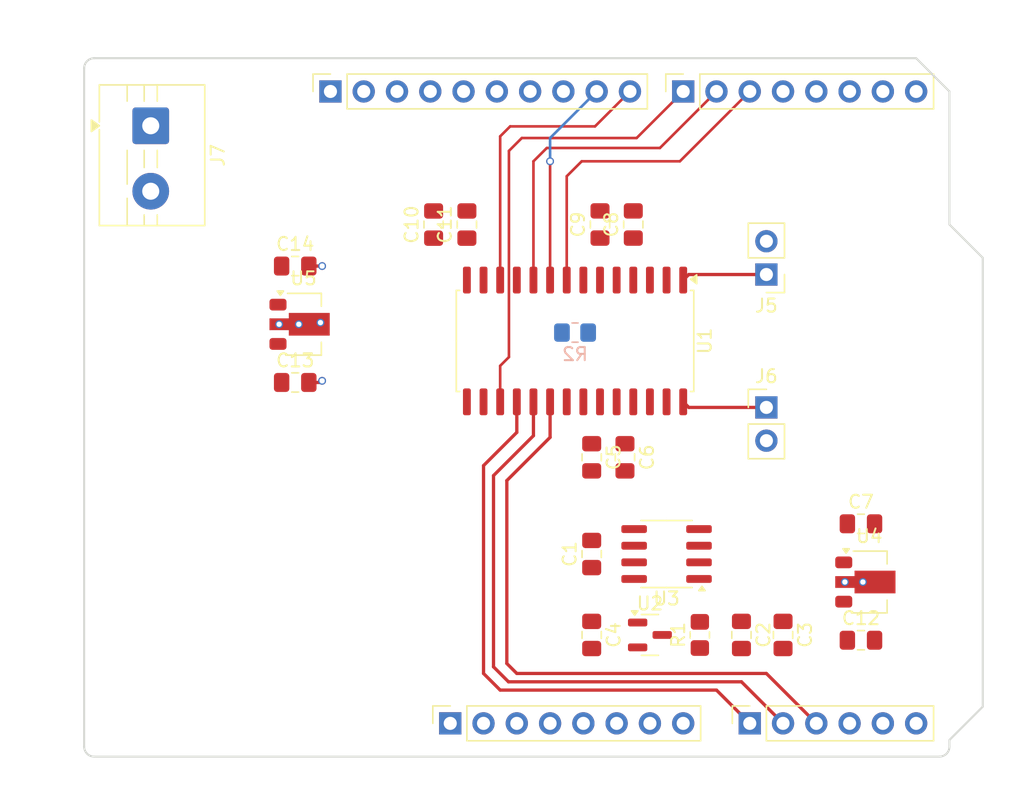
<source format=kicad_pcb>
(kicad_pcb (version 20241229) (generator "pcbnew") (generator_version "9.0")
  (title_block (date "mar. 31 mars 2015"))
  (layers (0 "F.Cu" signal) (4 "In1.Cu" signal) (6 "In2.Cu" signal) (2 "B.Cu" signal) (13 "F.Paste" user) (15 "B.Paste" user) (5 "F.SilkS" user "F.Silkscreen") (7 "B.SilkS" user "B.Silkscreen") (1 "F.Mask" user) (3 "B.Mask" user) (25 "Edge.Cuts" user))
  (net 0 "")
  (net 1 "GND")
  (net 3 "+5V")
  (net 4 "/IOREF")
  (net 5 "+5VA")
  (net 6 "Earth")
  (net 7 "Net-(U3A-+)")
  (net 8 "/VREF")
  (net 9 "/PB3{slash}MOSI")
  (net 10 "/PC5{slash}SCL{slash}ADC5")
  (net 11 "/PB4{slash}MISO")
  (net 12 "/PB5{slash}SCLK")
  (net 13 "/AREF")
  (net 14 "/PB2{slash}SS")
  (net 15 "/PC4{slash}SDA{slash}ADC4")
  (net 16 "/PB0")
  (net 17 "/PB1{slash}OC1A")
  (net 18 "/PC1{slash}ADC1")
  (net 19 "/PC2{slash}ADC2")
  (net 20 "/PC0{slash}ADC0")
  (net 21 "/PC3{slash}ADC3")
  (net 22 "/PD2")
  (net 23 "/PD1{slash}TXD")
  (net 24 "/PD7")
  (net 25 "/PD3")
  (net 26 "+3V3")
  (net 27 "VCC")
  (net 28 "/~{RESET}")
  (net 29 "/PD0{slash}TXD")
  (net 30 "/PD6{slash}OC0A")
  (net 31 "/PD4")
  (net 32 "/PD5")
  (net 33 "Net-(J5-Pin_1)")
  (net 34 "Net-(J6-Pin_1)")
  (net 35 "Net-(U2-OUT)")
  (net 36 "/MOSI{slash}11")
  (net 43 "/MISO{slash}12")
  (net 46 "VBUS")
  (net 47 "/Vin")
  (footprint "Connector_PinSocket_2.54mm:PinSocket_1x08_P2.54mm_Vertical" (layer "F.Cu") (at 127.94 97.46 90)
    (property "Reference" "J1" (hide yes))
    (property "Value" "Power")
    (fp_line (start 1.33 -1.33) (end 1.33 0) (stroke (width 0.12)) (layer "F.SilkS"))
    (fp_line (start 0 -1.33) (end 1.33 -1.33) (stroke (width 0.12)) (layer "F.SilkS"))
    (fp_line (start 1.33 1.27) (end 1.33 19.11) (stroke (width 0.12)) (layer "F.SilkS"))
    (fp_line (start -1.33 1.27) (end 1.33 1.27) (stroke (width 0.12)) (layer "F.SilkS"))
    (fp_line (start -1.33 1.27) (end -1.33 19.11) (stroke (width 0.12)) (layer "F.SilkS"))
    (fp_line (start -1.33 19.11) (end 1.33 19.11) (stroke (width 0.12)) (layer "F.SilkS"))
    (pad "1" thru_hole rect (at 0 0 90) (size 1.7 1.7) (drill 1) (layers "*.Cu" "*.Mask"))
    (pad "2" thru_hole oval (at 0 2.54 90) (size 1.7 1.7) (drill 1) (layers "*.Cu" "*.Mask") (net 4 "/IOREF"))
    (pad "3" thru_hole oval (at 0 5.08 90) (size 1.7 1.7) (drill 1) (layers "*.Cu" "*.Mask") (net 28 "/~{RESET}"))
    (pad "4" thru_hole oval (at 0 7.62 90) (size 1.7 1.7) (drill 1) (layers "*.Cu" "*.Mask") (net 26 "+3V3"))
    (pad "5" thru_hole oval (at 0 10.16 90) (size 1.7 1.7) (drill 1) (layers "*.Cu" "*.Mask") (net 3 "+5V"))
    (pad "6" thru_hole oval (at 0 12.7 90) (size 1.7 1.7) (drill 1) (layers "*.Cu" "*.Mask") (net 1 "GND"))
    (pad "7" thru_hole oval (at 0 15.24 90) (size 1.7 1.7) (drill 1) (layers "*.Cu" "*.Mask") (net 1 "GND"))
    (pad "8" thru_hole oval (at 0 17.78 90) (size 1.7 1.7) (drill 1) (layers "*.Cu" "*.Mask") (net 47 "/Vin"))
  )
  (footprint "Connector_PinSocket_2.54mm:PinSocket_1x06_P2.54mm_Vertical" (layer "F.Cu") (at 150.8 97.46 90)
    (property "Reference" "J3" (hide yes))
    (property "Value" "Analog")
    (fp_line (start 1.33 -1.33) (end 1.33 0) (stroke (width 0.12)) (layer "F.SilkS"))
    (fp_line (start 0 -1.33) (end 1.33 -1.33) (stroke (width 0.12)) (layer "F.SilkS"))
    (fp_line (start 1.33 1.27) (end 1.33 14.03) (stroke (width 0.12)) (layer "F.SilkS"))
    (fp_line (start -1.33 1.27) (end 1.33 1.27) (stroke (width 0.12)) (layer "F.SilkS"))
    (fp_line (start -1.33 1.27) (end -1.33 14.03) (stroke (width 0.12)) (layer "F.SilkS"))
    (fp_line (start -1.33 14.03) (end 1.33 14.03) (stroke (width 0.12)) (layer "F.SilkS"))
    (pad "1" thru_hole rect (at 0 0 90) (size 1.7 1.7) (drill 1) (layers "*.Cu" "*.Mask") (net 20 "/PC0{slash}ADC0"))
    (pad "2" thru_hole oval (at 0 2.54 90) (size 1.7 1.7) (drill 1) (layers "*.Cu" "*.Mask") (net 18 "/PC1{slash}ADC1"))
    (pad "3" thru_hole oval (at 0 5.08 90) (size 1.7 1.7) (drill 1) (layers "*.Cu" "*.Mask") (net 19 "/PC2{slash}ADC2"))
    (pad "4" thru_hole oval (at 0 7.62 90) (size 1.7 1.7) (drill 1) (layers "*.Cu" "*.Mask") (net 21 "/PC3{slash}ADC3"))
    (pad "5" thru_hole oval (at 0 10.16 90) (size 1.7 1.7) (drill 1) (layers "*.Cu" "*.Mask") (net 15 "/PC4{slash}SDA{slash}ADC4"))
    (pad "6" thru_hole oval (at 0 12.7 90) (size 1.7 1.7) (drill 1) (layers "*.Cu" "*.Mask") (net 10 "/PC5{slash}SCL{slash}ADC5"))
  )
  (footprint "Connector_PinSocket_2.54mm:PinSocket_1x10_P2.54mm_Vertical" (layer "F.Cu") (at 118.796 49.2 90)
    (property "Reference" "J2" (hide yes))
    (property "Value" "Digital/PWM")
    (fp_line (start 1.33 -1.33) (end 1.33 0) (stroke (width 0.12)) (layer "F.SilkS"))
    (fp_line (start 0 -1.33) (end 1.33 -1.33) (stroke (width 0.12)) (layer "F.SilkS"))
    (fp_line (start 1.33 1.27) (end 1.33 24.19) (stroke (width 0.12)) (layer "F.SilkS"))
    (fp_line (start -1.33 1.27) (end 1.33 1.27) (stroke (width 0.12)) (layer "F.SilkS"))
    (fp_line (start -1.33 1.27) (end -1.33 24.19) (stroke (width 0.12)) (layer "F.SilkS"))
    (fp_line (start -1.33 24.19) (end 1.33 24.19) (stroke (width 0.12)) (layer "F.SilkS"))
    (pad "1" thru_hole rect (at 0 0 90) (size 1.7 1.7) (drill 1) (layers "*.Cu" "*.Mask") (net 10 "/PC5{slash}SCL{slash}ADC5"))
    (pad "2" thru_hole oval (at 0 2.54 90) (size 1.7 1.7) (drill 1) (layers "*.Cu" "*.Mask") (net 15 "/PC4{slash}SDA{slash}ADC4"))
    (pad "3" thru_hole oval (at 0 5.08 90) (size 1.7 1.7) (drill 1) (layers "*.Cu" "*.Mask") (net 13 "/AREF"))
    (pad "4" thru_hole oval (at 0 7.62 90) (size 1.7 1.7) (drill 1) (layers "*.Cu" "*.Mask") (net 1 "GND"))
    (pad "5" thru_hole oval (at 0 10.16 90) (size 1.7 1.7) (drill 1) (layers "*.Cu" "*.Mask") (net 12 "/PB5{slash}SCLK"))
    (pad "6" thru_hole oval (at 0 12.7 90) (size 1.7 1.7) (drill 1) (layers "*.Cu" "*.Mask") (net 11 "/PB4{slash}MISO"))
    (pad "7" thru_hole oval (at 0 15.24 90) (size 1.7 1.7) (drill 1) (layers "*.Cu" "*.Mask") (net 9 "/PB3{slash}MOSI"))
    (pad "8" thru_hole oval (at 0 17.78 90) (size 1.7 1.7) (drill 1) (layers "*.Cu" "*.Mask") (net 14 "/PB2{slash}SS"))
    (pad "9" thru_hole oval (at 0 20.32 90) (size 1.7 1.7) (drill 1) (layers "*.Cu" "*.Mask") (net 17 "/PB1{slash}OC1A"))
    (pad "10" thru_hole oval (at 0 22.86 90) (size 1.7 1.7) (drill 1) (layers "*.Cu" "*.Mask") (net 16 "/PB0"))
  )
  (footprint "Connector_PinSocket_2.54mm:PinSocket_1x08_P2.54mm_Vertical" (layer "F.Cu") (at 145.72 49.2 90)
    (property "Reference" "J4" (hide yes))
    (property "Value" "Digital/PWM")
    (fp_line (start 1.33 -1.33) (end 1.33 0) (stroke (width 0.12)) (layer "F.SilkS"))
    (fp_line (start 0 -1.33) (end 1.33 -1.33) (stroke (width 0.12)) (layer "F.SilkS"))
    (fp_line (start 1.33 1.27) (end 1.33 19.11) (stroke (width 0.12)) (layer "F.SilkS"))
    (fp_line (start -1.33 1.27) (end 1.33 1.27) (stroke (width 0.12)) (layer "F.SilkS"))
    (fp_line (start -1.33 1.27) (end -1.33 19.11) (stroke (width 0.12)) (layer "F.SilkS"))
    (fp_line (start -1.33 19.11) (end 1.33 19.11) (stroke (width 0.12)) (layer "F.SilkS"))
    (pad "1" thru_hole rect (at 0 0 90) (size 1.7 1.7) (drill 1) (layers "*.Cu" "*.Mask") (net 24 "/PD7"))
    (pad "2" thru_hole oval (at 0 2.54 90) (size 1.7 1.7) (drill 1) (layers "*.Cu" "*.Mask") (net 30 "/PD6{slash}OC0A"))
    (pad "3" thru_hole oval (at 0 5.08 90) (size 1.7 1.7) (drill 1) (layers "*.Cu" "*.Mask") (net 32 "/PD5"))
    (pad "4" thru_hole oval (at 0 7.62 90) (size 1.7 1.7) (drill 1) (layers "*.Cu" "*.Mask") (net 31 "/PD4"))
    (pad "5" thru_hole oval (at 0 10.16 90) (size 1.7 1.7) (drill 1) (layers "*.Cu" "*.Mask") (net 25 "/PD3"))
    (pad "6" thru_hole oval (at 0 12.7 90) (size 1.7 1.7) (drill 1) (layers "*.Cu" "*.Mask") (net 22 "/PD2"))
    (pad "7" thru_hole oval (at 0 15.24 90) (size 1.7 1.7) (drill 1) (layers "*.Cu" "*.Mask") (net 23 "/PD1{slash}TXD"))
    (pad "8" thru_hole oval (at 0 17.78 90) (size 1.7 1.7) (drill 1) (layers "*.Cu" "*.Mask") (net 29 "/PD0{slash}TXD"))
  )
  (footprint "Resistor_SMD:R_0805_2012Metric_Pad1.20x1.40mm_HandSolder" (layer "F.Cu") (at 146.99 90.7075 90)
    (property "Reference" "R1" (at 0 -1.65 90) (layer "F.SilkS"))
    (property "Value" "10k")
    (fp_line (start -0.227064 -0.735) (end 0.227064 -0.735) (stroke (width 0.12)) (layer "F.SilkS"))
    (fp_line (start -0.227064 0.735) (end 0.227064 0.735) (stroke (width 0.12)) (layer "F.SilkS"))
    (pad "1" smd roundrect (at -1 0 90) (size 1.2 1.4) (layers "F.Cu" "F.Mask" "F.Paste") (roundrect_rratio 0.208333) (net 35 "Net-(U2-OUT)"))
    (pad "2" smd roundrect (at 1 0 90) (size 1.2 1.4) (layers "F.Cu" "F.Mask" "F.Paste") (roundrect_rratio 0.208333) (net 7 "Net-(U3A-+)"))
  )
  (footprint "Package_SO:SOIC-8_3.9x4.9mm_P1.27mm" (layer "F.Cu") (at 144.45 84.5275 180)
    (property "Reference" "U3" (at 0 -3.4 0) (layer "F.SilkS"))
    (property "Value" "OPA350")
    (fp_line (start 0 2.56) (end 1.95 2.56) (stroke (width 0.12)) (layer "F.SilkS"))
    (fp_line (start 0 2.56) (end -1.95 2.56) (stroke (width 0.12)) (layer "F.SilkS"))
    (fp_line (start 0 -2.56) (end 1.95 -2.56) (stroke (width 0.12)) (layer "F.SilkS"))
    (fp_line (start 0 -2.56) (end -1.95 -2.56) (stroke (width 0.12)) (layer "F.SilkS"))
    (fp_poly (pts (xy -2.7 -2.465) (xy -2.94 -2.795) (xy -2.46 -2.795)) (stroke (width 0.12)) (fill yes) (layer "F.SilkS"))
    (pad "1" smd roundrect (at -2.475 -1.905 180) (size 1.95 0.6) (layers "F.Cu" "F.Mask" "F.Paste") (net 8 "/VREF"))
    (pad "2" smd roundrect (at -2.475 -0.635 180) (size 1.95 0.6) (layers "F.Cu" "F.Mask" "F.Paste") (net 8 "/VREF"))
    (pad "3" smd roundrect (at -2.475 0.635 180) (size 1.95 0.6) (layers "F.Cu" "F.Mask" "F.Paste") (net 7 "Net-(U3A-+)"))
    (pad "4" smd roundrect (at -2.475 1.905 180) (size 1.95 0.6) (layers "F.Cu" "F.Mask" "F.Paste") (net 6 "Earth"))
    (pad "5" smd roundrect (at 2.475 1.905 180) (size 1.95 0.6) (layers "F.Cu" "F.Mask" "F.Paste"))
    (pad "6" smd roundrect (at 2.475 0.635 180) (size 1.95 0.6) (layers "F.Cu" "F.Mask" "F.Paste"))
    (pad "7" smd roundrect (at 2.475 -0.635 180) (size 1.95 0.6) (layers "F.Cu" "F.Mask" "F.Paste"))
    (pad "8" smd roundrect (at 2.475 -1.905 180) (size 1.95 0.6) (layers "F.Cu" "F.Mask" "F.Paste") (net 5 "+5VA"))
  )
  (footprint "Capacitor_SMD:C_0805_2012Metric_Pad1.18x1.45mm_HandSolder" (layer "F.Cu") (at 159.2875 82.22)
    (property "Reference" "C7" (at 0 -1.68 0) (layer "F.SilkS"))
    (property "Value" "0.1uF")
    (fp_line (start -0.261252 -0.735) (end 0.261252 -0.735) (stroke (width 0.12)) (layer "F.SilkS"))
    (fp_line (start -0.261252 0.735) (end 0.261252 0.735) (stroke (width 0.12)) (layer "F.SilkS"))
    (pad "1" smd roundrect (at -1.0375 0) (size 1.175 1.45) (layers "F.Cu" "F.Mask" "F.Paste") (roundrect_rratio 0.212766) (net 5 "+5VA"))
    (pad "2" smd roundrect (at 1.0375 0) (size 1.175 1.45) (layers "F.Cu" "F.Mask" "F.Paste") (roundrect_rratio 0.212766) (net 6 "Earth"))
  )
  (footprint "TerminalBlock:TerminalBlock_MaiXu_MX126-5.0-02P_1x02_P5.00mm" (layer "F.Cu") (at 105.08 51.82 -90)
    (property "Reference" "J7" (at 2.25 -5.12 90) (layer "F.SilkS"))
    (property "Value" "Screw_Terminal_01x02")
    (fp_line (start -3.12 3.92) (end -3.12 -4.12) (stroke (width 0.12)) (layer "F.SilkS"))
    (fp_line (start -0.3 3.92) (end -3.12 3.92) (stroke (width 0.12)) (layer "F.SilkS"))
    (fp_line (start 7.62 3.92) (end 0.3 3.92) (stroke (width 0.12)) (layer "F.SilkS"))
    (fp_line (start -3.12 1.8) (end -1.88 1.8) (stroke (width 0.12)) (layer "F.SilkS"))
    (fp_line (start 1.88 1.8) (end 4.457 1.8) (stroke (width 0.12)) (layer "F.SilkS"))
    (fp_line (start 5.543 1.8) (end 7.62 1.8) (stroke (width 0.12)) (layer "F.SilkS"))
    (fp_line (start -3.12 0.5) (end -1.88 0.5) (stroke (width 0.12)) (layer "F.SilkS"))
    (fp_line (start 1.88 0.5) (end 3.188 0.5) (stroke (width 0.12)) (layer "F.SilkS"))
    (fp_line (start 6.812 0.5) (end 7.62 0.5) (stroke (width 0.12)) (layer "F.SilkS"))
    (fp_line (start -3.12 -0.5) (end -1.88 -0.5) (stroke (width 0.12)) (layer "F.SilkS"))
    (fp_line (start 1.88 -0.5) (end 3.188 -0.5) (stroke (width 0.12)) (layer "F.SilkS"))
    (fp_line (start 6.812 -0.5) (end 7.62 -0.5) (stroke (width 0.12)) (layer "F.SilkS"))
    (fp_line (start -3.12 -4.12) (end 7.62 -4.12) (stroke (width 0.12)) (layer "F.SilkS"))
    (fp_line (start 7.62 -4.12) (end 7.62 3.92) (stroke (width 0.12)) (layer "F.SilkS"))
    (fp_poly (pts (xy 0 3.92) (xy 0.44 4.53) (xy -0.44 4.53)) (stroke (width 0.12)) (fill yes) (layer "F.SilkS"))
    (pad "1" thru_hole roundrect (at 0 0 270) (size 2.8 2.8) (drill 1.3) (layers "*.Cu" "*.Mask") (roundrect_rratio 0.089286) (net 46 "VBUS"))
    (pad "2" thru_hole circle (at 5 0 270) (size 2.8 2.8) (drill 1.3) (layers "*.Cu" "*.Mask") (net 1 "GND"))
  )
  (footprint "Connector_PinHeader_2.54mm:PinHeader_1x02_P2.54mm_Vertical" (layer "F.Cu") (at 152.07 73.33)
    (property "Reference" "J6" (at 0 -2.38 0) (layer "F.SilkS"))
    (property "Value" "Conn_01x02")
    (fp_line (start -1.38 -1.38) (end 0 -1.38) (stroke (width 0.12)) (layer "F.SilkS"))
    (fp_line (start -1.38 0) (end -1.38 -1.38) (stroke (width 0.12)) (layer "F.SilkS"))
    (fp_line (start -1.38 1.27) (end -1.38 3.92) (stroke (width 0.12)) (layer "F.SilkS"))
    (fp_line (start -1.38 1.27) (end 1.38 1.27) (stroke (width 0.12)) (layer "F.SilkS"))
    (fp_line (start -1.38 3.92) (end 1.38 3.92) (stroke (width 0.12)) (layer "F.SilkS"))
    (fp_line (start 1.38 1.27) (end 1.38 3.92) (stroke (width 0.12)) (layer "F.SilkS"))
    (pad "1" thru_hole rect (at 0 0) (size 1.7 1.7) (drill 1) (layers "*.Cu" "*.Mask") (net 34 "Net-(J6-Pin_1)"))
    (pad "2" thru_hole circle (at 0 2.54) (size 1.7 1.7) (drill 1) (layers "*.Cu" "*.Mask") (net 6 "Earth"))
  )
  (footprint "Capacitor_SMD:C_0805_2012Metric_Pad1.18x1.45mm_HandSolder" (layer "F.Cu") (at 126.67 59.365 90)
    (property "Reference" "C10" (at 0 -1.68 90) (layer "F.SilkS"))
    (property "Value" "10uF")
    (fp_line (start -0.261252 -0.735) (end 0.261252 -0.735) (stroke (width 0.12)) (layer "F.SilkS"))
    (fp_line (start -0.261252 0.735) (end 0.261252 0.735) (stroke (width 0.12)) (layer "F.SilkS"))
    (pad "1" smd roundrect (at -1.0375 0 90) (size 1.175 1.45) (layers "F.Cu" "F.Mask" "F.Paste") (roundrect_rratio 0.212766) (net 27 "VCC"))
    (pad "2" smd roundrect (at 1.0375 0 90) (size 1.175 1.45) (layers "F.Cu" "F.Mask" "F.Paste") (roundrect_rratio 0.212766) (net 1 "GND"))
  )
  (footprint "Capacitor_SMD:C_0805_2012Metric_Pad1.18x1.45mm_HandSolder" (layer "F.Cu") (at 141.275 77.14 -90)
    (property "Reference" "C6" (at 0 -1.68 90) (layer "F.SilkS"))
    (property "Value" "0.1uF")
    (fp_line (start -0.261252 0.735) (end 0.261252 0.735) (stroke (width 0.12)) (layer "F.SilkS"))
    (fp_line (start -0.261252 -0.735) (end 0.261252 -0.735) (stroke (width 0.12)) (layer "F.SilkS"))
    (pad "1" smd roundrect (at -1.0375 0 270) (size 1.175 1.45) (layers "F.Cu" "F.Mask" "F.Paste") (roundrect_rratio 0.212766) (net 8 "/VREF"))
    (pad "2" smd roundrect (at 1.0375 0 270) (size 1.175 1.45) (layers "F.Cu" "F.Mask" "F.Paste") (roundrect_rratio 0.212766) (net 6 "Earth"))
  )
  (footprint "Capacitor_SMD:C_0805_2012Metric_Pad1.18x1.45mm_HandSolder" (layer "F.Cu") (at 153.34 90.7075 -90)
    (property "Reference" "C3" (at 0 -1.68 90) (layer "F.SilkS"))
    (property "Value" "10uF")
    (fp_line (start -0.261252 0.735) (end 0.261252 0.735) (stroke (width 0.12)) (layer "F.SilkS"))
    (fp_line (start -0.261252 -0.735) (end 0.261252 -0.735) (stroke (width 0.12)) (layer "F.SilkS"))
    (pad "1" smd roundrect (at -1.0375 0 270) (size 1.175 1.45) (layers "F.Cu" "F.Mask" "F.Paste") (roundrect_rratio 0.212766) (net 7 "Net-(U3A-+)"))
    (pad "2" smd roundrect (at 1.0375 0 270) (size 1.175 1.45) (layers "F.Cu" "F.Mask" "F.Paste") (roundrect_rratio 0.212766) (net 6 "Earth"))
  )
  (footprint "Capacitor_SMD:C_0805_2012Metric_Pad1.18x1.45mm_HandSolder" (layer "F.Cu") (at 116.1075 71.425)
    (property "Reference" "C13" (at 0 -1.68 0) (layer "F.SilkS"))
    (property "Value" "0.33uF")
    (fp_line (start -0.261252 -0.735) (end 0.261252 -0.735) (stroke (width 0.12)) (layer "F.SilkS"))
    (fp_line (start -0.261252 0.735) (end 0.261252 0.735) (stroke (width 0.12)) (layer "F.SilkS"))
    (pad "1" smd roundrect (at -1.0375 0) (size 1.175 1.45) (layers "F.Cu" "F.Mask" "F.Paste") (roundrect_rratio 0.212766) (net 46 "VBUS"))
    (pad "2" smd roundrect (at 1.0375 0) (size 1.175 1.45) (layers "F.Cu" "F.Mask" "F.Paste") (roundrect_rratio 0.212766) (net 1 "GND"))
  )
  (footprint "Capacitor_SMD:C_0805_2012Metric_Pad1.18x1.45mm_HandSolder" (layer "F.Cu") (at 159.2875 91.11)
    (property "Reference" "C12" (at 0 -1.68 0) (layer "F.SilkS"))
    (property "Value" "0.33uF")
    (fp_line (start -0.261252 -0.735) (end 0.261252 -0.735) (stroke (width 0.12)) (layer "F.SilkS"))
    (fp_line (start -0.261252 0.735) (end 0.261252 0.735) (stroke (width 0.12)) (layer "F.SilkS"))
    (pad "1" smd roundrect (at -1.0375 0) (size 1.175 1.45) (layers "F.Cu" "F.Mask" "F.Paste") (roundrect_rratio 0.212766) (net 46 "VBUS"))
    (pad "2" smd roundrect (at 1.0375 0) (size 1.175 1.45) (layers "F.Cu" "F.Mask" "F.Paste") (roundrect_rratio 0.212766) (net 6 "Earth"))
  )
  (footprint "Arduino_MountingHole:MountingHole_3.2mm" (layer "F.Cu") (at 115.24 49.2)
    (property "Reference" "MH1" (hide yes))
    (property "Value" "MountingHole_3.2mm" (hide yes))
    (pad "" np_thru_hole circle (at 0 0) (size 3.2 3.2) (drill 3.2) (layers "*.Cu" "*.Mask"))
  )
  (footprint "Capacitor_SMD:C_0805_2012Metric_Pad1.18x1.45mm_HandSolder" (layer "F.Cu") (at 138.735 84.5275 90)
    (property "Reference" "C1" (at 0 -1.68 90) (layer "F.SilkS"))
    (property "Value" "0.1uF")
    (fp_line (start -0.261252 -0.735) (end 0.261252 -0.735) (stroke (width 0.12)) (layer "F.SilkS"))
    (fp_line (start -0.261252 0.735) (end 0.261252 0.735) (stroke (width 0.12)) (layer "F.SilkS"))
    (pad "1" smd roundrect (at -1.0375 0 90) (size 1.175 1.45) (layers "F.Cu" "F.Mask" "F.Paste") (roundrect_rratio 0.212766) (net 5 "+5VA"))
    (pad "2" smd roundrect (at 1.0375 0 90) (size 1.175 1.45) (layers "F.Cu" "F.Mask" "F.Paste") (roundrect_rratio 0.212766) (net 6 "Earth"))
  )
  (footprint "Capacitor_SMD:C_0805_2012Metric_Pad1.18x1.45mm_HandSolder" (layer "F.Cu") (at 138.735 90.7075 -90)
    (property "Reference" "C4" (at 0 -1.68 90) (layer "F.SilkS"))
    (property "Value" "0.47uF")
    (fp_line (start -0.261252 0.735) (end 0.261252 0.735) (stroke (width 0.12)) (layer "F.SilkS"))
    (fp_line (start -0.261252 -0.735) (end 0.261252 -0.735) (stroke (width 0.12)) (layer "F.SilkS"))
    (pad "1" smd roundrect (at -1.0375 0 270) (size 1.175 1.45) (layers "F.Cu" "F.Mask" "F.Paste") (roundrect_rratio 0.212766) (net 5 "+5VA"))
    (pad "2" smd roundrect (at 1.0375 0 270) (size 1.175 1.45) (layers "F.Cu" "F.Mask" "F.Paste") (roundrect_rratio 0.212766) (net 6 "Earth"))
  )
  (footprint "Package_TO_SOT_SMD:SOT-89-3" (layer "F.Cu") (at 159.9225 86.665)
    (property "Reference" "U4" (at 0 -3.5 0) (layer "F.SilkS"))
    (property "Value" "L78L05_SOT89")
    (fp_line (start -1.22 -2.36) (end 1.36 -2.36) (stroke (width 0.12)) (layer "F.SilkS"))
    (fp_line (start 1.36 -1.38) (end 1.36 -2.36) (stroke (width 0.12)) (layer "F.SilkS"))
    (fp_line (start 1.36 1.38) (end 1.36 2.36) (stroke (width 0.12)) (layer "F.SilkS"))
    (fp_line (start 1.36 2.36) (end -1.36 2.36) (stroke (width 0.12)) (layer "F.SilkS"))
    (fp_poly (pts (xy -1.77 -2.21) (xy -2.01 -2.54) (xy -1.53 -2.54) (xy -1.77 -2.21)) (stroke (width 0.12)) (fill yes) (layer "F.SilkS"))
    (pad "1" smd roundrect (at -1.95 -1.5) (size 1.3 0.9) (layers "F.Cu" "F.Mask" "F.Paste") (net 5 "+5VA"))
    (pad "2" smd custom (at -1.8625 0) (size 1.475 0.9) (layers "F.Cu" "F.Mask" "F.Paste") (net 6 "Earth") (options (clearance outline) (anchor rect)) (primitives (gr_poly (pts (xy 3.8625 0.8665) (xy 0.7375 0.8665) (xy 0.7375 -0.8665) (xy 3.8625 -0.8665)) (width 0) (fill yes))))
    (pad "3" smd roundrect (at -1.95 1.5) (size 1.3 0.9) (layers "F.Cu" "F.Mask" "F.Paste") (net 46 "VBUS"))
  )
  (footprint "Package_SO:SOIC-28W_7.5x17.9mm_P1.27mm" (layer "F.Cu") (at 137.465 68.255 -90)
    (property "Reference" "U1" (at 0 -9.9 90) (layer "F.SilkS"))
    (property "Value" "DDC112")
    (fp_line (start -3.86 9.06) (end -3.86 8.815) (stroke (width 0.12)) (layer "F.SilkS"))
    (fp_line (start 0 9.06) (end -3.86 9.06) (stroke (width 0.12)) (layer "F.SilkS"))
    (fp_line (start 0 9.06) (end 3.86 9.06) (stroke (width 0.12)) (layer "F.SilkS"))
    (fp_line (start 3.86 9.06) (end 3.86 8.815) (stroke (width 0.12)) (layer "F.SilkS"))
    (fp_line (start -3.86 -9.06) (end -3.86 -8.815) (stroke (width 0.12)) (layer "F.SilkS"))
    (fp_line (start 0 -9.06) (end -3.86 -9.06) (stroke (width 0.12)) (layer "F.SilkS"))
    (fp_line (start 0 -9.06) (end 3.86 -9.06) (stroke (width 0.12)) (layer "F.SilkS"))
    (fp_line (start 3.86 -9.06) (end 3.86 -8.815) (stroke (width 0.12)) (layer "F.SilkS"))
    (fp_poly (pts (xy -4.7125 -8.815) (xy -5.0525 -9.285) (xy -4.3725 -9.285)) (stroke (width 0.12)) (fill yes) (layer "F.SilkS"))
    (pad "1" smd roundrect (at -4.65 -8.255 270) (size 2.05 0.6) (layers "F.Cu" "F.Mask" "F.Paste") (net 33 "Net-(J5-Pin_1)"))
    (pad "2" smd roundrect (at -4.65 -6.985 270) (size 2.05 0.6) (layers "F.Cu" "F.Mask" "F.Paste") (net 6 "Earth"))
    (pad "3" smd roundrect (at -4.65 -5.715 270) (size 2.05 0.6) (layers "F.Cu" "F.Mask" "F.Paste"))
    (pad "4" smd roundrect (at -4.65 -4.445 270) (size 2.05 0.6) (layers "F.Cu" "F.Mask" "F.Paste"))
    (pad "5" smd roundrect (at -4.65 -3.175 270) (size 2.05 0.6) (layers "F.Cu" "F.Mask" "F.Paste"))
    (pad "6" smd roundrect (at -4.65 -1.905 270) (size 2.05 0.6) (layers "F.Cu" "F.Mask" "F.Paste"))
    (pad "7" smd roundrect (at -4.65 -0.635 270) (size 2.05 0.6) (layers "F.Cu" "F.Mask" "F.Paste") (net 5 "+5VA"))
    (pad "8" smd roundrect (at -4.65 0.635 270) (size 2.05 0.6) (layers "F.Cu" "F.Mask" "F.Paste") (net 32 "/PD5"))
    (pad "9" smd roundrect (at -4.65 1.905 270) (size 2.05 0.6) (layers "F.Cu" "F.Mask" "F.Paste") (net 17 "/PB1{slash}OC1A"))
    (pad "10" smd roundrect (at -4.65 3.175 270) (size 2.05 0.6) (layers "F.Cu" "F.Mask" "F.Paste") (net 30 "/PD6{slash}OC0A"))
    (pad "11" smd roundrect (at -4.65 4.445 270) (size 2.05 0.6) (layers "F.Cu" "F.Mask" "F.Paste") (net 12 "/PB5{slash}SCLK"))
    (pad "12" smd roundrect (at -4.65 5.715 270) (size 2.05 0.6) (layers "F.Cu" "F.Mask" "F.Paste") (net 16 "/PB0"))
    (pad "13" smd roundrect (at -4.65 6.985 270) (size 2.05 0.6) (layers "F.Cu" "F.Mask" "F.Paste") (net 36 "/MOSI{slash}11"))
    (pad "14" smd roundrect (at -4.65 8.255 270) (size 2.05 0.6) (layers "F.Cu" "F.Mask" "F.Paste") (net 27 "VCC"))
    (pad "15" smd roundrect (at 4.65 8.255 270) (size 2.05 0.6) (layers "F.Cu" "F.Mask" "F.Paste") (net 1 "GND"))
    (pad "16" smd roundrect (at 4.65 6.985 270) (size 2.05 0.6) (layers "F.Cu" "F.Mask" "F.Paste") (net 43 "/MISO{slash}12"))
    (pad "17" smd roundrect (at 4.65 5.715 270) (size 2.05 0.6) (layers "F.Cu" "F.Mask" "F.Paste") (net 24 "/PD7"))
    (pad "18" smd roundrect (at 4.65 4.445 270) (size 2.05 0.6) (layers "F.Cu" "F.Mask" "F.Paste") (net 20 "/PC0{slash}ADC0"))
    (pad "19" smd roundrect (at 4.65 3.175 270) (size 2.05 0.6) (layers "F.Cu" "F.Mask" "F.Paste") (net 18 "/PC1{slash}ADC1"))
    (pad "20" smd roundrect (at 4.65 1.905 270) (size 2.05 0.6) (layers "F.Cu" "F.Mask" "F.Paste") (net 19 "/PC2{slash}ADC2"))
    (pad "21" smd roundrect (at 4.65 0.635 270) (size 2.05 0.6) (layers "F.Cu" "F.Mask" "F.Paste") (net 6 "Earth"))
    (pad "22" smd roundrect (at 4.65 -0.635 270) (size 2.05 0.6) (layers "F.Cu" "F.Mask" "F.Paste") (net 8 "/VREF"))
    (pad "23" smd roundrect (at 4.65 -1.905 270) (size 2.05 0.6) (layers "F.Cu" "F.Mask" "F.Paste"))
    (pad "24" smd roundrect (at 4.65 -3.175 270) (size 2.05 0.6) (layers "F.Cu" "F.Mask" "F.Paste"))
    (pad "25" smd roundrect (at 4.65 -4.445 270) (size 2.05 0.6) (layers "F.Cu" "F.Mask" "F.Paste"))
    (pad "26" smd roundrect (at 4.65 -5.715 270) (size 2.05 0.6) (layers "F.Cu" "F.Mask" "F.Paste"))
    (pad "27" smd roundrect (at 4.65 -6.985 270) (size 2.05 0.6) (layers "F.Cu" "F.Mask" "F.Paste") (net 6 "Earth"))
    (pad "28" smd roundrect (at 4.65 -8.255 270) (size 2.05 0.6) (layers "F.Cu" "F.Mask" "F.Paste") (net 34 "Net-(J6-Pin_1)"))
  )
  (footprint "Package_TO_SOT_SMD:SOT-23" (layer "F.Cu") (at 143.18 90.7075)
    (property "Reference" "U2" (at 0 -2.4 0) (layer "F.SilkS"))
    (property "Value" "REF3040")
    (fp_line (start 0 -1.56) (end -0.65 -1.56) (stroke (width 0.12)) (layer "F.SilkS"))
    (fp_line (start 0 -1.56) (end 0.65 -1.56) (stroke (width 0.12)) (layer "F.SilkS"))
    (fp_line (start 0 1.56) (end -0.65 1.56) (stroke (width 0.12)) (layer "F.SilkS"))
    (fp_line (start 0 1.56) (end 0.65 1.56) (stroke (width 0.12)) (layer "F.SilkS"))
    (fp_poly (pts (xy -1.1625 -1.51) (xy -1.4025 -1.84) (xy -0.9225 -1.84)) (stroke (width 0.12)) (fill yes) (layer "F.SilkS"))
    (pad "1" smd roundrect (at -0.9375 -0.95) (size 1.475 0.6) (layers "F.Cu" "F.Mask" "F.Paste") (net 5 "+5VA"))
    (pad "2" smd roundrect (at -0.9375 0.95) (size 1.475 0.6) (layers "F.Cu" "F.Mask" "F.Paste") (net 35 "Net-(U2-OUT)"))
    (pad "3" smd roundrect (at 0.9375 0) (size 1.475 0.6) (layers "F.Cu" "F.Mask" "F.Paste") (net 6 "Earth"))
  )
  (footprint "Capacitor_SMD:C_0805_2012Metric_Pad1.18x1.45mm_HandSolder" (layer "F.Cu") (at 129.21 59.365 90)
    (property "Reference" "C11" (at 0 -1.68 90) (layer "F.SilkS"))
    (property "Value" "0.1uF")
    (fp_line (start -0.261252 -0.735) (end 0.261252 -0.735) (stroke (width 0.12)) (layer "F.SilkS"))
    (fp_line (start -0.261252 0.735) (end 0.261252 0.735) (stroke (width 0.12)) (layer "F.SilkS"))
    (pad "1" smd roundrect (at -1.0375 0 90) (size 1.175 1.45) (layers "F.Cu" "F.Mask" "F.Paste") (roundrect_rratio 0.212766) (net 27 "VCC"))
    (pad "2" smd roundrect (at 1.0375 0 90) (size 1.175 1.45) (layers "F.Cu" "F.Mask" "F.Paste") (roundrect_rratio 0.212766) (net 1 "GND"))
  )
  (footprint "Capacitor_SMD:C_0805_2012Metric_Pad1.18x1.45mm_HandSolder" (layer "F.Cu") (at 139.37 59.36 90)
    (property "Reference" "C9" (at 0 -1.68 90) (layer "F.SilkS"))
    (property "Value" "0.1uF")
    (fp_line (start -0.261252 -0.735) (end 0.261252 -0.735) (stroke (width 0.12)) (layer "F.SilkS"))
    (fp_line (start -0.261252 0.735) (end 0.261252 0.735) (stroke (width 0.12)) (layer "F.SilkS"))
    (pad "1" smd roundrect (at -1.0375 0 90) (size 1.175 1.45) (layers "F.Cu" "F.Mask" "F.Paste") (roundrect_rratio 0.212766) (net 5 "+5VA"))
    (pad "2" smd roundrect (at 1.0375 0 90) (size 1.175 1.45) (layers "F.Cu" "F.Mask" "F.Paste") (roundrect_rratio 0.212766) (net 6 "Earth"))
  )
  (footprint "Capacitor_SMD:C_0805_2012Metric_Pad1.18x1.45mm_HandSolder" (layer "F.Cu") (at 138.735 77.14 -90)
    (property "Reference" "C5" (at 0 -1.68 90) (layer "F.SilkS"))
    (property "Value" "10uF")
    (fp_line (start -0.261252 0.735) (end 0.261252 0.735) (stroke (width 0.12)) (layer "F.SilkS"))
    (fp_line (start -0.261252 -0.735) (end 0.261252 -0.735) (stroke (width 0.12)) (layer "F.SilkS"))
    (pad "1" smd roundrect (at -1.0375 0 270) (size 1.175 1.45) (layers "F.Cu" "F.Mask" "F.Paste") (roundrect_rratio 0.212766) (net 8 "/VREF"))
    (pad "2" smd roundrect (at 1.0375 0 270) (size 1.175 1.45) (layers "F.Cu" "F.Mask" "F.Paste") (roundrect_rratio 0.212766) (net 6 "Earth"))
  )
  (footprint "Connector_PinHeader_2.54mm:PinHeader_1x02_P2.54mm_Vertical" (layer "F.Cu") (at 152.07 63.18 180)
    (property "Reference" "J5" (at 0 -2.38 0) (layer "F.SilkS"))
    (property "Value" "Conn_01x02")
    (fp_line (start 1.38 1.27) (end 1.38 3.92) (stroke (width 0.12)) (layer "F.SilkS"))
    (fp_line (start -1.38 3.92) (end 1.38 3.92) (stroke (width 0.12)) (layer "F.SilkS"))
    (fp_line (start -1.38 1.27) (end 1.38 1.27) (stroke (width 0.12)) (layer "F.SilkS"))
    (fp_line (start -1.38 1.27) (end -1.38 3.92) (stroke (width 0.12)) (layer "F.SilkS"))
    (fp_line (start -1.38 0) (end -1.38 -1.38) (stroke (width 0.12)) (layer "F.SilkS"))
    (fp_line (start -1.38 -1.38) (end 0 -1.38) (stroke (width 0.12)) (layer "F.SilkS"))
    (pad "1" thru_hole rect (at 0 0 180) (size 1.7 1.7) (drill 1) (layers "*.Cu" "*.Mask") (net 33 "Net-(J5-Pin_1)"))
    (pad "2" thru_hole circle (at 0 2.54 180) (size 1.7 1.7) (drill 1) (layers "*.Cu" "*.Mask") (net 6 "Earth"))
  )
  (footprint "Package_TO_SOT_SMD:SOT-89-3" (layer "F.Cu") (at 116.7425 66.98)
    (property "Reference" "U5" (at 0 -3.5 0) (layer "F.SilkS"))
    (property "Value" "L78L05_SOT89")
    (fp_line (start -1.22 -2.36) (end 1.36 -2.36) (stroke (width 0.12)) (layer "F.SilkS"))
    (fp_line (start 1.36 -1.38) (end 1.36 -2.36) (stroke (width 0.12)) (layer "F.SilkS"))
    (fp_line (start 1.36 1.38) (end 1.36 2.36) (stroke (width 0.12)) (layer "F.SilkS"))
    (fp_line (start 1.36 2.36) (end -1.36 2.36) (stroke (width 0.12)) (layer "F.SilkS"))
    (fp_poly (pts (xy -1.77 -2.21) (xy -2.01 -2.54) (xy -1.53 -2.54) (xy -1.77 -2.21)) (stroke (width 0.12)) (fill yes) (layer "F.SilkS"))
    (pad "1" smd roundrect (at -1.95 -1.5) (size 1.3 0.9) (layers "F.Cu" "F.Mask" "F.Paste") (net 27 "VCC"))
    (pad "2" smd custom (at -1.8625 0) (size 1.475 0.9) (layers "F.Cu" "F.Mask" "F.Paste") (net 1 "GND") (options (clearance outline) (anchor rect)) (primitives (gr_poly (pts (xy 3.8625 0.8665) (xy 0.7375 0.8665) (xy 0.7375 -0.8665) (xy 3.8625 -0.8665)) (width 0) (fill yes))))
    (pad "3" smd roundrect (at -1.95 1.5) (size 1.3 0.9) (layers "F.Cu" "F.Mask" "F.Paste") (net 46 "VBUS"))
  )
  (footprint "Capacitor_SMD:C_0805_2012Metric_Pad1.18x1.45mm_HandSolder" (layer "F.Cu") (at 141.91 59.36 90)
    (property "Reference" "C8" (at 0 -1.68 90) (layer "F.SilkS"))
    (property "Value" "10uF")
    (fp_line (start -0.261252 -0.735) (end 0.261252 -0.735) (stroke (width 0.12)) (layer "F.SilkS"))
    (fp_line (start -0.261252 0.735) (end 0.261252 0.735) (stroke (width 0.12)) (layer "F.SilkS"))
    (pad "1" smd roundrect (at -1.0375 0 90) (size 1.175 1.45) (layers "F.Cu" "F.Mask" "F.Paste") (roundrect_rratio 0.212766) (net 5 "+5VA"))
    (pad "2" smd roundrect (at 1.0375 0 90) (size 1.175 1.45) (layers "F.Cu" "F.Mask" "F.Paste") (roundrect_rratio 0.212766) (net 6 "Earth"))
  )
  (footprint "Capacitor_SMD:C_0805_2012Metric_Pad1.18x1.45mm_HandSolder" (layer "F.Cu") (at 150.165 90.7075 -90)
    (property "Reference" "C2" (at 0 -1.68 90) (layer "F.SilkS"))
    (property "Value" "0.1uF")
    (fp_line (start -0.261252 0.735) (end 0.261252 0.735) (stroke (width 0.12)) (layer "F.SilkS"))
    (fp_line (start -0.261252 -0.735) (end 0.261252 -0.735) (stroke (width 0.12)) (layer "F.SilkS"))
    (pad "1" smd roundrect (at -1.0375 0 270) (size 1.175 1.45) (layers "F.Cu" "F.Mask" "F.Paste") (roundrect_rratio 0.212766) (net 7 "Net-(U3A-+)"))
    (pad "2" smd roundrect (at 1.0375 0 270) (size 1.175 1.45) (layers "F.Cu" "F.Mask" "F.Paste") (roundrect_rratio 0.212766) (net 6 "Earth"))
  )
  (footprint "Arduino_MountingHole:MountingHole_3.2mm" (layer "F.Cu") (at 113.97 97.46)
    (property "Reference" "MH2" (hide yes))
    (property "Value" "MountingHole_3.2mm" (hide yes))
    (pad "" np_thru_hole circle (at 0 0) (size 3.2 3.2) (drill 3.2) (layers "*.Cu" "*.Mask"))
  )
  (footprint "Arduino_MountingHole:MountingHole_3.2mm" (layer "F.Cu") (at 166.04 64.44)
    (property "Reference" "MH3" (hide yes))
    (property "Value" "MountingHole_3.2mm" (hide yes))
    (pad "" np_thru_hole circle (at 0 0) (size 3.2 3.2) (drill 3.2) (layers "*.Cu" "*.Mask"))
  )
  (footprint "Arduino_MountingHole:MountingHole_3.2mm" (layer "F.Cu") (at 166.04 92.38)
    (property "Reference" "MH4" (hide yes))
    (property "Value" "MountingHole_3.2mm" (hide yes))
    (pad "" np_thru_hole circle (at 0 0) (size 3.2 3.2) (drill 3.2) (layers "*.Cu" "*.Mask"))
  )
  (footprint "Capacitor_SMD:C_0805_2012Metric_Pad1.18x1.45mm_HandSolder" (layer "F.Cu") (at 116.1075 62.535)
    (property "Reference" "C14" (at 0 -1.68 0) (layer "F.SilkS"))
    (property "Value" "0.1uF")
    (fp_line (start -0.261252 -0.735) (end 0.261252 -0.735) (stroke (width 0.12)) (layer "F.SilkS"))
    (fp_line (start -0.261252 0.735) (end 0.261252 0.735) (stroke (width 0.12)) (layer "F.SilkS"))
    (pad "1" smd roundrect (at -1.0375 0) (size 1.175 1.45) (layers "F.Cu" "F.Mask" "F.Paste") (roundrect_rratio 0.212766) (net 27 "VCC"))
    (pad "2" smd roundrect (at 1.0375 0) (size 1.175 1.45) (layers "F.Cu" "F.Mask" "F.Paste") (roundrect_rratio 0.212766) (net 1 "GND"))
  )
  (footprint "Resistor_SMD:R_0805_2012Metric_Pad1.20x1.40mm_HandSolder" (layer "B.Cu") (at 137.465 67.615)
    (property "Reference" "R2" (at 0 1.65 0) (layer "B.SilkS") (effects (justify mirror)))
    (property "Value" "0R")
    (fp_line (start -0.227064 -0.735) (end 0.227064 -0.735) (stroke (width 0.12)) (layer "B.SilkS"))
    (fp_line (start -0.227064 0.735) (end 0.227064 0.735) (stroke (width 0.12)) (layer "B.SilkS"))
    (pad "1" smd roundrect (at -1 0) (size 1.2 1.4) (layers "B.Cu" "B.Mask" "B.Paste") (roundrect_rratio 0.208333) (net 1 "GND"))
    (pad "2" smd roundrect (at 1 0) (size 1.2 1.4) (layers "B.Cu" "B.Mask" "B.Paste") (roundrect_rratio 0.208333) (net 6 "Earth"))
  )
  (gr_line (start 166.04 59.36) (end 168.58 61.9) (stroke (width 0.15)) (layer "Edge.Cuts"))
  (gr_line (start 100 99.238) (end 100 47.422) (stroke (width 0.15)) (layer "Edge.Cuts"))
  (gr_line (start 168.58 61.9) (end 168.58 96.19) (stroke (width 0.15)) (layer "Edge.Cuts"))
  (gr_line (start 165.278 100) (end 100.762 100) (stroke (width 0.15)) (layer "Edge.Cuts"))
  (gr_line (start 100.762 46.66) (end 163.5 46.66) (stroke (width 0.15)) (layer "Edge.Cuts"))
  (gr_arc (start 100.762 100) (mid 100.223185 99.776815) (end 100 99.238) (stroke (width 0.15)) (layer "Edge.Cuts"))
  (gr_line (start 168.58 96.19) (end 166.04 98.73) (stroke (width 0.15)) (layer "Edge.Cuts"))
  (gr_line (start 163.5 46.66) (end 166.04 49.2) (stroke (width 0.15)) (layer "Edge.Cuts"))
  (gr_arc (start 166.04 99.238) (mid 165.816815 99.776815) (end 165.278 100) (stroke (width 0.15)) (layer "Edge.Cuts"))
  (gr_line (start 166.04 49.2) (end 166.04 59.36) (stroke (width 0.15)) (layer "Edge.Cuts"))
  (gr_line (start 166.04 98.73) (end 166.04 99.238) (stroke (width 0.15)) (layer "Edge.Cuts"))
  (gr_arc (start 100 47.422) (mid 100.223185 46.883185) (end 100.762 46.66) (stroke (width 0.15)) (layer "Edge.Cuts"))
  (segment (start 115.875 66.98) (end 116.383 67.488) (width 0.25) (layer "F.Cu") (net 1))
  (segment (start 115.875 66.98) (end 116.383 66.472) (width 0.25) (layer "F.Cu") (net 1))
  (segment (start 117.145 71.425) (end 118.034 71.425) (width 0.25) (layer "F.Cu") (net 1))
  (segment (start 114.88 66.98) (end 117.653 66.98) (width 0.25) (layer "F.Cu") (net 1))
  (segment (start 117.653 66.98) (end 118.034 66.599) (width 0.25) (layer "F.Cu") (net 1))
  (segment (start 118.034 71.425) (end 118.161 71.298) (width 0.25) (layer "F.Cu") (net 1))
  (segment (start 117.145 62.535) (end 118.161 62.535) (width 0.25) (layer "F.Cu") (net 1))
  (segment (start 114.88 66.98) (end 115.875 66.98) (width 0.25) (layer "F.Cu") (net 1))
  (segment (start 116.383 67.488) (end 118.034 67.488) (width 0.25) (layer "F.Cu") (net 1))
  (via (at 118.161 71.298) (size 0.6) (drill 0.4) (layers "F.Cu" "B.Cu") (net 1))
  (via (at 118.161 62.535) (size 0.6) (drill 0.4) (layers "F.Cu" "B.Cu") (net 1))
  (via (at 116.383 66.98) (size 0.6) (drill 0.4) (layers "F.Cu" "B.Cu") (net 1))
  (via (at 114.88 66.98) (size 0.6) (drill 0.4) (layers "F.Cu" "B.Cu") (net 1))
  (via (at 118.034 66.853) (size 0.6) (drill 0.4) (layers "F.Cu" "B.Cu") (net 1))
  (segment (start 158.06 86.665) (end 158.801 86.665) (width 0.25) (layer "F.Cu") (net 6))
  (segment (start 161.468 86.284) (end 159.182 86.284) (width 0.25) (layer "F.Cu") (net 6))
  (segment (start 158.801 86.665) (end 159.182 86.284) (width 0.25) (layer "F.Cu") (net 6))
  (via (at 158.06 86.665) (size 0.6) (drill 0.4) (layers "F.Cu" "B.Cu") (net 6))
  (via (at 159.436 86.665) (size 0.6) (drill 0.4) (layers "F.Cu" "B.Cu") (net 6))
  (segment (start 131.75 52.629) (end 131.75 63.605) (width 0.2) (layer "F.Cu") (net 16))
  (segment (start 138.989 51.867) (end 132.512 51.867) (width 0.2) (layer "F.Cu") (net 16))
  (segment (start 141.656 49.2) (end 138.989 51.867) (width 0.2) (layer "F.Cu") (net 16))
  (segment (start 132.512 51.867) (end 131.75 52.629) (width 0.2) (layer "F.Cu") (net 16))
  (segment (start 135.56 63.605) (end 135.56 54.534) (width 0.2) (layer "F.Cu") (net 17))
  (via (at 135.56 54.534) (size 0.6) (drill 0.4) (layers "F.Cu" "B.Cu") (net 17))
  (segment (start 135.56 54.534) (end 135.56 52.756) (width 0.2) (layer "B.Cu") (net 17))
  (segment (start 135.56 52.756) (end 139.116 49.2) (width 0.2) (layer "B.Cu") (net 17))
  (segment (start 131.242 93.142) (end 131.242 78.537) (width 0.25) (layer "F.Cu") (net 18))
  (segment (start 132.385 94.285) (end 131.242 93.142) (width 0.25) (layer "F.Cu") (net 18))
  (segment (start 153.34 97.46) (end 150.165 94.285) (width 0.25) (layer "F.Cu") (net 18))
  (segment (start 131.242 78.537) (end 134.29 75.489) (width 0.25) (layer "F.Cu") (net 18))
  (segment (start 150.165 94.285) (end 132.385 94.285) (width 0.25) (layer "F.Cu") (net 18))
  (segment (start 134.29 75.489) (end 134.29 72.905) (width 0.25) (layer "F.Cu") (net 18))
  (segment (start 152.07 93.65) (end 133.02 93.65) (width 0.25) (layer "F.Cu") (net 19))
  (segment (start 135.56 75.616) (end 135.56 72.905) (width 0.25) (layer "F.Cu") (net 19))
  (segment (start 155.88 97.46) (end 152.07 93.65) (width 0.25) (layer "F.Cu") (net 19))
  (segment (start 133.02 93.65) (end 132.258 92.888) (width 0.25) (layer "F.Cu") (net 19))
  (segment (start 132.258 78.918) (end 135.56 75.616) (width 0.25) (layer "F.Cu") (net 19))
  (segment (start 132.258 92.888) (end 132.258 78.918) (width 0.25) (layer "F.Cu") (net 19))
  (segment (start 130.48 77.775) (end 133.02 75.235) (width 0.25) (layer "F.Cu") (net 20))
  (segment (start 148.26 94.92) (end 131.75 94.92) (width 0.25) (layer "F.Cu") (net 20))
  (segment (start 130.48 93.65) (end 130.48 77.775) (width 0.25) (layer "F.Cu") (net 20))
  (segment (start 131.75 94.92) (end 130.48 93.65) (width 0.25) (layer "F.Cu") (net 20))
  (segment (start 150.8 97.46) (end 148.26 94.92) (width 0.25) (layer "F.Cu") (net 20))
  (segment (start 133.02 75.235) (end 133.02 72.905) (width 0.25) (layer "F.Cu") (net 20))
  (segment (start 132.419 53.738) (end 132.419 69.486) (width 0.2) (layer "F.Cu") (net 24))
  (segment (start 131.75 70.155) (end 131.75 72.905) (width 0.2) (layer "F.Cu") (net 24))
  (segment (start 142.164 52.756) (end 133.401 52.756) (width 0.2) (layer "F.Cu") (net 24))
  (segment (start 145.72 49.2) (end 142.164 52.756) (width 0.2) (layer "F.Cu") (net 24))
  (segment (start 133.401 52.756) (end 132.419 53.738) (width 0.2) (layer "F.Cu") (net 24))
  (segment (start 132.419 69.486) (end 131.75 70.155) (width 0.2) (layer "F.Cu") (net 24))
  (segment (start 143.942 53.518) (end 135.306 53.518) (width 0.2) (layer "F.Cu") (net 30))
  (segment (start 134.29 54.534) (end 134.29 63.605) (width 0.2) (layer "F.Cu") (net 30))
  (segment (start 148.26 49.2) (end 143.942 53.518) (width 0.2) (layer "F.Cu") (net 30))
  (segment (start 135.306 53.518) (end 134.29 54.534) (width 0.2) (layer "F.Cu") (net 30))
  (segment (start 137.973 54.534) (end 136.83 55.677) (width 0.2) (layer "F.Cu") (net 32))
  (segment (start 145.466 54.534) (end 137.973 54.534) (width 0.2) (layer "F.Cu") (net 32))
  (segment (start 136.83 55.677) (end 136.83 63.605) (width 0.2) (layer "F.Cu") (net 32))
  (segment (start 150.8 49.2) (end 145.466 54.534) (width 0.2) (layer "F.Cu") (net 32))
  (segment (start 146.145 63.18) (end 152.07 63.18) (width 0.25) (layer "F.Cu") (net 33))
  (segment (start 145.72 63.605) (end 146.145 63.18) (width 0.25) (layer "F.Cu") (net 33))
  (segment (start 146.145 73.33) (end 152.07 73.33) (width 0.25) (layer "F.Cu") (net 34))
  (segment (start 145.72 72.905) (end 146.145 73.33) (width 0.25) (layer "F.Cu") (net 34))
)
</source>
